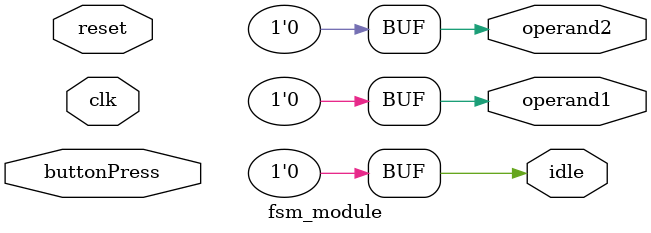
<source format=v>
module fsm_module ( 
  input clk,
  input reset,
  input [3:0] buttonPress,
  output reg idle,
  output reg operand1,
  output reg operand2
);

  parameter IDLE = 2'b00;
  parameter OPERAND1 = 2'b01;
  parameter OPERAND2 = 2'b10;
  parameter STATE3 = 2'b11;

  reg [1:0] current_state;
  reg [1:0] next_state;

  always @(posedge clk or posedge reset) begin
    if (reset) begin
      current_state <= IDLE;
    end else begin
      current_state <= next_state;
    end
  end

  always @(current_state or buttonPress) begin
    case (current_state)
      IDLE:
        begin
          idle = 1;
          operand1 = 0;
          operand2 = 0;
          next_state = (buttonPress != 4'b0000) ? OPERAND1 : IDLE;
        end
      OPERAND1:
        begin
          idle = 0;
          operand1 = 1;
          operand2 = 0;
          next_state = (buttonPress != 4'b0000) ? OPERAND2 : OPERAND1;
        end
      OPERAND2:
        begin
          idle = 0;
          operand1 = 0;
          operand2 = 1;
          next_state = (buttonPress == 4'b0000) ? IDLE : OPERAND2;
        end
      STATE3:
        begin
          idle = 0;
          operand1 = 0;
          operand2 = 0;
          next_state = IDLE;
        end
      default:
        begin
          idle = 1;
          operand1 = 0;
          operand2 = 0;
          next_state = IDLE;
        end
    endcase
  end
  always @(*) begin
    idle = 0;
    operand1 = 0;
    operand2 = 0;
  end
endmodule
</source>
